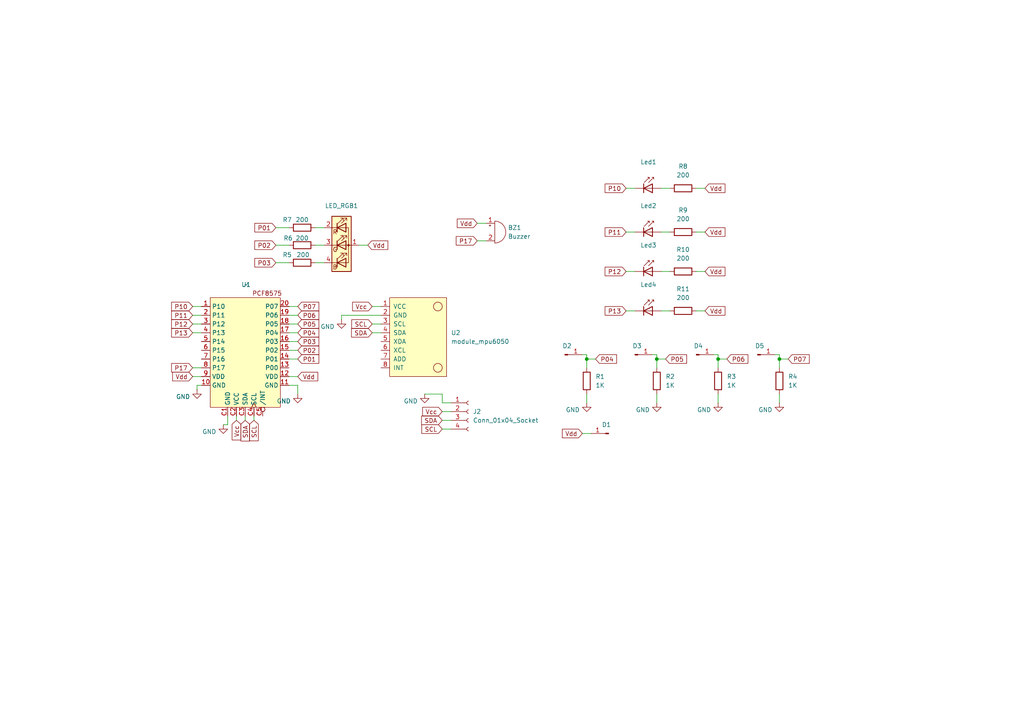
<source format=kicad_sch>
(kicad_sch (version 20231120) (generator "eeschema") (generator_version "8.0")
  (paper "A4")
  (lib_symbols
    (symbol "Connector:Conn_01x01_Pin" (pin_names (offset 1.016) hide)
      (property "Reference" "J" (at 0 2.54 0))
      (property "Value" "Conn_01x01_Pin" (at 0 -2.54 0))
      (symbol "Conn_01x01_Pin_1_1"
        (polyline (pts (xy 1.27 0) (xy 0.8636 0)) (stroke (width 0.1524)))
        (rectangle (start 0.8636 0.127) (end 0 -0.127) (stroke (width 0.1524)) (fill (type outline)))
        (pin passive line (at 5.08 0 180) (length 3.81) (name "Pin_1") (number "1"))
      )
    )
    (symbol "Connector:Conn_01x04_Socket" (pin_names (offset 1.016) hide)
      (property "Reference" "J" (at 0 5.08 0))
      (property "Value" "Conn_01x04_Socket" (at 0 -7.62 0))
      (symbol "Conn_01x04_Socket_1_1"
        (arc (start 0 -4.572) (mid -0.5058 -5.08) (end 0 -5.588) (stroke (width 0.1524)))
        (arc (start 0 -2.032) (mid -0.5058 -2.54) (end 0 -3.048) (stroke (width 0.1524)))
        (polyline (pts (xy -1.27 -5.08) (xy -0.508 -5.08)) (stroke (width 0.1524)))
        (polyline (pts (xy -1.27 -2.54) (xy -0.508 -2.54)) (stroke (width 0.1524)))
        (polyline (pts (xy -1.27 0) (xy -0.508 0)) (stroke (width 0.1524)))
        (polyline (pts (xy -1.27 2.54) (xy -0.508 2.54)) (stroke (width 0.1524)))
        (arc (start 0 0.508) (mid -0.5058 0) (end 0 -0.508) (stroke (width 0.1524)))
        (arc (start 0 3.048) (mid -0.5058 2.54) (end 0 2.032) (stroke (width 0.1524)))
        (pin passive line (at -5.08 2.54 0) (length 3.81) (name "Pin_1") (number "1"))
        (pin passive line (at -5.08 0 0) (length 3.81) (name "Pin_2") (number "2"))
        (pin passive line (at -5.08 -2.54 0) (length 3.81) (name "Pin_3") (number "3"))
        (pin passive line (at -5.08 -5.08 0) (length 3.81) (name "Pin_4") (number "4"))
      )
    )
    (symbol "Device:Buzzer" (pin_names (offset 0.0254) hide)
      (property "Reference" "BZ" (at 3.81 1.27 0))
      (property "Value" "Buzzer" (at 3.81 -1.27 0))
      (symbol "Buzzer_0_1"
        (arc (start 0 -3.175) (mid 3.1612 0) (end 0 3.175))
        (polyline (pts (xy -1.651 1.905) (xy -1.143 1.905)))
        (polyline (pts (xy -1.397 2.159) (xy -1.397 1.651)))
        (polyline (pts (xy 0 3.175) (xy 0 -3.175)))
      )
      (symbol "Buzzer_1_1"
        (pin passive line (at -2.54 2.54 0) (length 2.54) (name "+") (number "1"))
        (pin passive line (at -2.54 -2.54 0) (length 2.54) (name "-") (number "2"))
      )
    )
    (symbol "Device:LED_ARGB" (pin_names (offset 0) hide)
      (property "Reference" "D" (at 0 9.398 0))
      (property "Value" "LED_ARGB" (at 0 -8.89 0))
      (symbol "LED_ARGB_0_0"
        (text "B" (at -1.905 -6.35 0) (effects (font (size 1.27 1.27))))
        (text "G" (at -1.905 -1.27 0) (effects (font (size 1.27 1.27))))
        (text "R" (at -1.905 3.81 0) (effects (font (size 1.27 1.27))))
      )
      (symbol "LED_ARGB_0_1"
        (polyline (pts (xy -1.27 -5.08) (xy -2.54 -5.08)))
        (polyline (pts (xy -1.27 -5.08) (xy 1.27 -5.08)))
        (polyline (pts (xy -1.27 -3.81) (xy -1.27 -6.35)) (stroke (width 0.254)))
        (polyline (pts (xy -1.27 0) (xy -2.54 0)))
        (polyline (pts (xy -1.27 1.27) (xy -1.27 -1.27)) (stroke (width 0.254)))
        (polyline (pts (xy -1.27 5.08) (xy -2.54 5.08)))
        (polyline (pts (xy -1.27 5.08) (xy 1.27 5.08)))
        (polyline (pts (xy -1.27 6.35) (xy -1.27 3.81)) (stroke (width 0.254)))
        (polyline (pts (xy 1.27 0) (xy -1.27 0)))
        (polyline (pts (xy 1.27 0) (xy 2.54 0)))
        (polyline (pts (xy -1.27 1.27) (xy -1.27 -1.27) (xy -1.27 -1.27)))
        (polyline (pts (xy -1.27 6.35) (xy -1.27 3.81) (xy -1.27 3.81)))
        (polyline (pts (xy 1.27 -5.08) (xy 2.032 -5.08) (xy 2.032 5.08) (xy 1.27 5.08)))
        (polyline (pts (xy 1.27 -3.81) (xy 1.27 -6.35) (xy -1.27 -5.08) (xy 1.27 -3.81)) (stroke (width 0.254)))
        (polyline (pts (xy 1.27 1.27) (xy 1.27 -1.27) (xy -1.27 0) (xy 1.27 1.27)) (stroke (width 0.254)))
        (polyline (pts (xy 1.27 6.35) (xy 1.27 3.81) (xy -1.27 5.08) (xy 1.27 6.35)) (stroke (width 0.254)))
        (polyline (pts (xy -1.016 -3.81) (xy 0.508 -2.286) (xy -0.254 -2.286) (xy 0.508 -2.286) (xy 0.508 -3.048)))
        (polyline (pts (xy -1.016 1.27) (xy 0.508 2.794) (xy -0.254 2.794) (xy 0.508 2.794) (xy 0.508 2.032)))
        (polyline (pts (xy -1.016 6.35) (xy 0.508 7.874) (xy -0.254 7.874) (xy 0.508 7.874) (xy 0.508 7.112)))
        (polyline (pts (xy 0 -3.81) (xy 1.524 -2.286) (xy 0.762 -2.286) (xy 1.524 -2.286) (xy 1.524 -3.048)))
        (polyline (pts (xy 0 1.27) (xy 1.524 2.794) (xy 0.762 2.794) (xy 1.524 2.794) (xy 1.524 2.032)))
        (polyline (pts (xy 0 6.35) (xy 1.524 7.874) (xy 0.762 7.874) (xy 1.524 7.874) (xy 1.524 7.112)))
        (rectangle (start 1.27 -1.27) (end 1.27 1.27))
        (rectangle (start 1.27 1.27) (end 1.27 1.27))
        (rectangle (start 1.27 3.81) (end 1.27 6.35))
        (rectangle (start 1.27 6.35) (end 1.27 6.35))
        (circle (center 2.032 0) (radius 0.254) (fill (type outline)))
        (rectangle (start 2.794 8.382) (end -2.794 -7.62) (stroke (width 0.254)) (fill (type background)))
      )
      (symbol "LED_ARGB_1_1"
        (pin passive line (at 5.08 0 180) (length 2.54) (name "A") (number "1"))
        (pin passive line (at -5.08 5.08 0) (length 2.54) (name "RK") (number "2"))
        (pin passive line (at -5.08 0 0) (length 2.54) (name "GK") (number "3"))
        (pin passive line (at -5.08 -5.08 0) (length 2.54) (name "BK") (number "4"))
      )
    )
    (symbol "Device:R" (pin_numbers hide) (pin_names (offset 0))
      (property "Reference" "R" (at 2.032 0 90))
      (property "Value" "R" (at 0 0 90))
      (symbol "R_0_1"
        (rectangle (start -1.016 -2.54) (end 1.016 2.54) (stroke (width 0.254)))
      )
      (symbol "R_1_1"
        (pin passive line (at 0 3.81 270) (length 1.27) (name "~") (number "1"))
        (pin passive line (at 0 -3.81 90) (length 1.27) (name "~") (number "2"))
      )
    )
    (symbol "LED:LD274" (pin_numbers hide) (pin_names (offset 1.016) hide)
      (property "Reference" "D" (at 0.508 1.778 0))
      (property "Value" "LD274" (at -1.016 -2.794 0))
      (symbol "LD274_0_1"
        (polyline (pts (xy -2.54 1.27) (xy -2.54 -1.27)) (stroke (width 0.254)))
        (polyline (pts (xy 0 0) (xy -2.54 0)))
        (polyline (pts (xy 0.381 3.175) (xy -0.127 3.175)))
        (polyline (pts (xy -1.143 1.651) (xy 0.381 3.175) (xy 0.381 2.667)))
        (polyline (pts (xy 0 -1.27) (xy -2.54 0) (xy 0 1.27) (xy 0 -1.27)) (stroke (width 0.254)))
        (polyline (pts (xy -2.413 1.651) (xy -0.889 3.175) (xy -0.889 2.667) (xy -0.889 3.175) (xy -1.397 3.175)))
      )
      (symbol "LD274_1_1"
        (pin passive line (at -5.08 0 0) (length 2.54) (name "K") (number "1"))
        (pin passive line (at 2.54 0 180) (length 2.54) (name "A") (number "2"))
      )
    )
    (symbol "Sim_Componentes:Open-Smart_PCF8575_IO_Expander_Module_-_16_Extra_IO_pins"
      (property "Reference" "U" (at -8.89 0 0))
      (symbol "Open-Smart_PCF8575_IO_Expander_Module_-_16_Extra_IO_pins_1_1"
        (rectangle (start -10.16 -1.27) (end 10.16 -33.02) (fill (type background)))
        (text "PCF8575" (at 6.35 0 0) (effects (font (size 1.27 1.27))))
        (pin bidirectional line (at -12.7 -3.81 0) (length 2.54) (name "P10") (number "1"))
        (pin power_in line (at -12.7 -26.67 0) (length 2.54) (name "GND") (number "10"))
        (pin power_in line (at 12.7 -26.67 180) (length 2.54) (name "GND") (number "11"))
        (pin power_in line (at 12.7 -24.13 180) (length 2.54) (name "VDD") (number "12"))
        (pin bidirectional line (at 12.7 -21.59 180) (length 2.54) (name "P00") (number "13"))
        (pin bidirectional line (at 12.7 -19.05 180) (length 2.54) (name "P01") (number "14"))
        (pin bidirectional line (at 12.7 -16.51 180) (length 2.54) (name "P02") (number "15"))
        (pin bidirectional line (at 12.7 -13.97 180) (length 2.54) (name "P03") (number "16"))
        (pin bidirectional line (at 12.7 -11.43 180) (length 2.54) (name "P04") (number "17"))
        (pin bidirectional line (at 12.7 -8.89 180) (length 2.54) (name "P05") (number "18"))
        (pin bidirectional line (at 12.7 -6.35 180) (length 2.54) (name "P06") (number "19"))
        (pin bidirectional line (at -12.7 -6.35 0) (length 2.54) (name "P11") (number "2"))
        (pin bidirectional line (at 12.7 -3.81 180) (length 2.54) (name "P07") (number "20"))
        (pin bidirectional line (at -12.7 -8.89 0) (length 2.54) (name "P12") (number "3"))
        (pin bidirectional line (at -12.7 -11.43 0) (length 2.54) (name "P13") (number "4"))
        (pin bidirectional line (at -12.7 -13.97 0) (length 2.54) (name "P14") (number "5"))
        (pin bidirectional line (at -12.7 -16.51 0) (length 2.54) (name "P15") (number "6"))
        (pin bidirectional line (at -12.7 -19.05 0) (length 2.54) (name "P16") (number "7"))
        (pin bidirectional line (at -12.7 -21.59 0) (length 2.54) (name "P17") (number "8"))
        (pin power_in line (at -12.7 -24.13 0) (length 2.54) (name "VDD") (number "9"))
        (pin power_in line (at -5.08 -35.56 90) (length 2.54) (name "GND") (number "C1"))
        (pin power_in line (at -2.54 -35.56 90) (length 2.54) (name "VCC") (number "C2"))
        (pin bidirectional line (at 0 -35.56 90) (length 2.54) (name "SDA") (number "C3"))
        (pin input clock (at 2.54 -35.56 90) (length 2.54) (name "SCL") (number "C4"))
        (pin input inverted (at 5.08 -35.56 90) (length 2.54) (name "/INT") (number "C5"))
      )
    )
    (symbol "power:GND" (power) (pin_numbers hide) (pin_names (offset 0) hide)
      (property "Value" "GND" (at 0 -3.81 0))
      (symbol "GND_0_1"
        (polyline (pts (xy 0 0) (xy 0 -1.27) (xy 1.27 -1.27) (xy 0 -2.54) (xy -1.27 -1.27) (xy 0 -1.27)))
      )
      (symbol "GND_1_1"
        (pin power_in line (at 0 0 270) (length 0) (name "~") (number "1"))
      )
    )
    (symbol "usini_sensors:module_mpu6050" (pin_names (offset 1.016))
      (property "Reference" "U" (at 2.54 21.59 0))
      (property "Value" "module_mpu6050" (at 11.43 -3.81 0))
      (symbol "module_mpu6050_0_1"
        (rectangle (start 2.54 20.32) (end 19.05 -2.54) (fill (type background)))
        (circle (center 16.51 0) (radius 1.27))
        (circle (center 16.51 17.78) (radius 1.27))
      )
      (symbol "module_mpu6050_1_1"
        (pin input line (at 0 17.78 0) (length 2.54) (name "VCC") (number "1"))
        (pin input line (at 0 15.24 0) (length 2.54) (name "GND") (number "2"))
        (pin input line (at 0 12.7 0) (length 2.54) (name "SCL") (number "3"))
        (pin input line (at 0 10.16 0) (length 2.54) (name "SDA") (number "4"))
        (pin input line (at 0 7.62 0) (length 2.54) (name "XDA") (number "5"))
        (pin input line (at 0 5.08 0) (length 2.54) (name "XCL") (number "6"))
        (pin input line (at 0 2.54 0) (length 2.54) (name "ADD") (number "7"))
        (pin input line (at 0 0 0) (length 2.54) (name "INT") (number "8"))
      )
    )
  )
  (junction (at 208.28 104.14))
  (junction (at 170.18 104.14))
  (junction (at 226.06 104.14))
  (junction (at 190.5 104.14))
  (wire (pts (xy 190.5 106.68) (xy 190.5 104.14)))
  (wire (pts (xy 138.43 64.77) (xy 140.97 64.77)))
  (wire (pts (xy 190.5 114.3) (xy 190.5 116.84)))
  (wire (pts (xy 208.28 114.3) (xy 208.28 116.84)))
  (wire (pts (xy 170.18 106.68) (xy 170.18 104.14)))
  (wire (pts (xy 201.93 78.74) (xy 204.47 78.74)))
  (wire (pts (xy 191.77 78.74) (xy 194.31 78.74)))
  (wire (pts (xy 181.61 54.61) (xy 184.15 54.61)))
  (wire (pts (xy 170.18 104.14) (xy 172.72 104.14)))
  (wire (pts (xy 55.88 106.68) (xy 58.42 106.68)))
  (wire (pts (xy 83.82 93.98) (xy 86.36 93.98)))
  (wire (pts (xy 83.82 96.52) (xy 86.36 96.52)))
  (wire (pts (xy 83.82 88.9) (xy 86.36 88.9)))
  (wire (pts (xy 55.88 96.52) (xy 58.42 96.52)))
  (wire (pts (xy 83.82 111.76) (xy 86.36 111.76)))
  (wire (pts (xy 99.06 91.44) (xy 110.49 91.44)))
  (wire (pts (xy 55.88 91.44) (xy 58.42 91.44)))
  (wire (pts (xy 55.88 88.9) (xy 58.42 88.9)))
  (wire (pts (xy 191.77 54.61) (xy 194.31 54.61)))
  (wire (pts (xy 91.44 71.12) (xy 93.98 71.12)))
  (wire (pts (xy 58.42 111.76) (xy 57.15 111.76)))
  (wire (pts (xy 208.28 106.68) (xy 208.28 104.14)))
  (wire (pts (xy 99.06 92.71) (xy 99.06 91.44)))
  (wire (pts (xy 191.77 90.17) (xy 194.31 90.17)))
  (wire (pts (xy 80.01 66.04) (xy 83.82 66.04)))
  (wire (pts (xy 181.61 67.31) (xy 184.15 67.31)))
  (wire (pts (xy 107.95 88.9) (xy 110.49 88.9)))
  (wire (pts (xy 107.95 96.52) (xy 110.49 96.52)))
  (wire (pts (xy 83.82 109.22) (xy 86.36 109.22)))
  (wire (pts (xy 66.04 123.19) (xy 66.04 120.65)))
  (wire (pts (xy 55.88 109.22) (xy 58.42 109.22)))
  (wire (pts (xy 168.91 125.73) (xy 171.45 125.73)))
  (wire (pts (xy 201.93 67.31) (xy 204.47 67.31)))
  (wire (pts (xy 128.27 116.84) (xy 130.81 116.84)))
  (wire (pts (xy 226.06 106.68) (xy 226.06 104.14)))
  (wire (pts (xy 86.36 111.76) (xy 86.36 114.3)))
  (wire (pts (xy 191.77 67.31) (xy 194.31 67.31)))
  (wire (pts (xy 128.27 124.46) (xy 130.81 124.46)))
  (wire (pts (xy 128.27 121.92) (xy 130.81 121.92)))
  (wire (pts (xy 55.88 93.98) (xy 58.42 93.98)))
  (wire (pts (xy 181.61 78.74) (xy 184.15 78.74)))
  (wire (pts (xy 226.06 102.87) (xy 226.06 104.14)))
  (wire (pts (xy 226.06 104.14) (xy 228.6 104.14)))
  (wire (pts (xy 80.01 76.2) (xy 83.82 76.2)))
  (wire (pts (xy 224.79 102.87) (xy 226.06 102.87)))
  (wire (pts (xy 91.44 66.04) (xy 93.98 66.04)))
  (wire (pts (xy 208.28 102.87) (xy 208.28 104.14)))
  (wire (pts (xy 170.18 102.87) (xy 170.18 104.14)))
  (wire (pts (xy 83.82 91.44) (xy 86.36 91.44)))
  (wire (pts (xy 107.95 93.98) (xy 110.49 93.98)))
  (wire (pts (xy 190.5 104.14) (xy 193.04 104.14)))
  (wire (pts (xy 226.06 114.3) (xy 226.06 116.84)))
  (wire (pts (xy 80.01 71.12) (xy 83.82 71.12)))
  (wire (pts (xy 83.82 101.6) (xy 86.36 101.6)))
  (wire (pts (xy 106.68 71.12) (xy 104.14 71.12)))
  (wire (pts (xy 128.27 119.38) (xy 130.81 119.38)))
  (wire (pts (xy 207.01 102.87) (xy 208.28 102.87)))
  (wire (pts (xy 138.43 69.85) (xy 140.97 69.85)))
  (wire (pts (xy 71.12 120.65) (xy 71.12 121.92)))
  (wire (pts (xy 168.91 102.87) (xy 170.18 102.87)))
  (wire (pts (xy 208.28 104.14) (xy 210.82 104.14)))
  (wire (pts (xy 73.66 120.65) (xy 73.66 121.92)))
  (wire (pts (xy 190.5 102.87) (xy 190.5 104.14)))
  (wire (pts (xy 57.15 111.76) (xy 57.15 113.03)))
  (wire (pts (xy 201.93 90.17) (xy 204.47 90.17)))
  (wire (pts (xy 83.82 104.14) (xy 86.36 104.14)))
  (wire (pts (xy 64.77 123.19) (xy 66.04 123.19)))
  (wire (pts (xy 91.44 76.2) (xy 93.98 76.2)))
  (wire (pts (xy 181.61 90.17) (xy 184.15 90.17)))
  (wire (pts (xy 68.58 120.65) (xy 68.58 121.92)))
  (wire (pts (xy 128.27 114.3) (xy 128.27 116.84)))
  (wire (pts (xy 201.93 54.61) (xy 204.47 54.61)))
  (wire (pts (xy 170.18 114.3) (xy 170.18 116.84)))
  (wire (pts (xy 123.19 114.3) (xy 128.27 114.3)))
  (wire (pts (xy 189.23 102.87) (xy 190.5 102.87)))
  (wire (pts (xy 83.82 99.06) (xy 86.36 99.06)))
  (global_label "P12" (shape input) (at 181.61 78.74 180) (property "Intersheetrefs" "${INTERSHEET_REFS}" (effects (hide yes))))
  (global_label "P03" (shape input) (at 86.36 99.06 0) (property "Intersheetrefs" "${INTERSHEET_REFS}" (effects (hide yes))))
  (global_label "Vdd" (shape input) (at 168.91 125.73 180) (property "Intersheetrefs" "${INTERSHEET_REFS}" (effects (hide yes))))
  (global_label "P02" (shape input) (at 80.01 71.12 180) (property "Intersheetrefs" "${INTERSHEET_REFS}" (effects (hide yes))))
  (global_label "SCL" (shape input) (at 73.66 121.92 270) (property "Intersheetrefs" "${INTERSHEET_REFS}" (effects (hide yes))))
  (global_label "Vcc" (shape input) (at 68.58 121.92 270) (property "Intersheetrefs" "${INTERSHEET_REFS}" (effects (hide yes))))
  (global_label "SDA" (shape input) (at 71.12 121.92 270) (property "Intersheetrefs" "${INTERSHEET_REFS}" (effects (hide yes))))
  (global_label "P04" (shape input) (at 86.36 96.52 0) (property "Intersheetrefs" "${INTERSHEET_REFS}" (effects (hide yes))))
  (global_label "P03" (shape input) (at 80.01 76.2 180) (property "Intersheetrefs" "${INTERSHEET_REFS}" (effects (hide yes))))
  (global_label "Vdd" (shape input) (at 204.47 78.74 0) (property "Intersheetrefs" "${INTERSHEET_REFS}" (effects (hide yes))))
  (global_label "P17" (shape input) (at 55.88 106.68 180) (property "Intersheetrefs" "${INTERSHEET_REFS}" (effects (hide yes))))
  (global_label "Vdd" (shape input) (at 204.47 54.61 0) (property "Intersheetrefs" "${INTERSHEET_REFS}" (effects (hide yes))))
  (global_label "P06" (shape input) (at 210.82 104.14 0) (property "Intersheetrefs" "${INTERSHEET_REFS}" (effects (hide yes))))
  (global_label "P04" (shape input) (at 172.72 104.14 0) (property "Intersheetrefs" "${INTERSHEET_REFS}" (effects (hide yes))))
  (global_label "SCL" (shape input) (at 107.95 93.98 180) (property "Intersheetrefs" "${INTERSHEET_REFS}" (effects (hide yes))))
  (global_label "P02" (shape input) (at 86.36 101.6 0) (property "Intersheetrefs" "${INTERSHEET_REFS}" (effects (hide yes))))
  (global_label "P10" (shape input) (at 181.61 54.61 180) (property "Intersheetrefs" "${INTERSHEET_REFS}" (effects (hide yes))))
  (global_label "Vdd" (shape input) (at 55.88 109.22 180) (property "Intersheetrefs" "${INTERSHEET_REFS}" (effects (hide yes))))
  (global_label "P11" (shape input) (at 55.88 91.44 180) (property "Intersheetrefs" "${INTERSHEET_REFS}" (effects (hide yes))))
  (global_label "Vcc" (shape input) (at 107.95 88.9 180) (property "Intersheetrefs" "${INTERSHEET_REFS}" (effects (hide yes))))
  (global_label "Vdd" (shape input) (at 204.47 67.31 0) (property "Intersheetrefs" "${INTERSHEET_REFS}" (effects (hide yes))))
  (global_label "SDA" (shape input) (at 107.95 96.52 180) (property "Intersheetrefs" "${INTERSHEET_REFS}" (effects (hide yes))))
  (global_label "P17" (shape input) (at 138.43 69.85 180) (property "Intersheetrefs" "${INTERSHEET_REFS}" (effects (hide yes))))
  (global_label "Vcc" (shape input) (at 128.27 119.38 180) (property "Intersheetrefs" "${INTERSHEET_REFS}" (effects (hide yes))))
  (global_label "P01" (shape input) (at 80.01 66.04 180) (property "Intersheetrefs" "${INTERSHEET_REFS}" (effects (hide yes))))
  (global_label "P01" (shape input) (at 86.36 104.14 0) (property "Intersheetrefs" "${INTERSHEET_REFS}" (effects (hide yes))))
  (global_label "P07" (shape input) (at 86.36 88.9 0) (property "Intersheetrefs" "${INTERSHEET_REFS}" (effects (hide yes))))
  (global_label "Vdd" (shape input) (at 86.36 109.22 0) (property "Intersheetrefs" "${INTERSHEET_REFS}" (effects (hide yes))))
  (global_label "P05" (shape input) (at 86.36 93.98 0) (property "Intersheetrefs" "${INTERSHEET_REFS}" (effects (hide yes))))
  (global_label "SCL" (shape input) (at 128.27 124.46 180) (property "Intersheetrefs" "${INTERSHEET_REFS}" (effects (hide yes))))
  (global_label "P12" (shape input) (at 55.88 93.98 180) (property "Intersheetrefs" "${INTERSHEET_REFS}" (effects (hide yes))))
  (global_label "P13" (shape input) (at 181.61 90.17 180) (property "Intersheetrefs" "${INTERSHEET_REFS}" (effects (hide yes))))
  (global_label "P13" (shape input) (at 55.88 96.52 180) (property "Intersheetrefs" "${INTERSHEET_REFS}" (effects (hide yes))))
  (global_label "SDA" (shape input) (at 128.27 121.92 180) (property "Intersheetrefs" "${INTERSHEET_REFS}" (effects (hide yes))))
  (global_label "P05" (shape input) (at 193.04 104.14 0) (property "Intersheetrefs" "${INTERSHEET_REFS}" (effects (hide yes))))
  (global_label "P11" (shape input) (at 181.61 67.31 180) (property "Intersheetrefs" "${INTERSHEET_REFS}" (effects (hide yes))))
  (global_label "Vdd" (shape input) (at 204.47 90.17 0) (property "Intersheetrefs" "${INTERSHEET_REFS}" (effects (hide yes))))
  (global_label "P10" (shape input) (at 55.88 88.9 180) (property "Intersheetrefs" "${INTERSHEET_REFS}" (effects (hide yes))))
  (global_label "P07" (shape input) (at 228.6 104.14 0) (property "Intersheetrefs" "${INTERSHEET_REFS}" (effects (hide yes))))
  (global_label "Vdd" (shape input) (at 106.68 71.12 0) (property "Intersheetrefs" "${INTERSHEET_REFS}" (effects (hide yes))))
  (global_label "P06" (shape input) (at 86.36 91.44 0) (property "Intersheetrefs" "${INTERSHEET_REFS}" (effects (hide yes))))
  (global_label "Vdd" (shape input) (at 138.43 64.77 180) (property "Intersheetrefs" "${INTERSHEET_REFS}" (effects (hide yes))))
  (symbol (lib_id "power:GND") (at 190.5 116.84 0) (unit 1)
    (property "Reference" "#PWR04" (effects (hide yes)))
    (property "Value" "GND" (at 186.436 118.872 0))
    (property "Description" "Power symbol creates a global label with name \"GND\" , ground" (effects (hide yes)))
  )
  (symbol (lib_id "LED:LD274") (at 189.23 90.17 0) (unit 1)
    (property "Reference" "Led4" (at 188.087 82.55 0))
    (property "Value" "LD274" (effects (hide yes)))
    (property "Footprint" "LED_THT:LED_D5.0mm_IRGrey" (effects (hide yes)))
    (property "Datasheet" "http://pdf.datasheetcatalog.com/datasheet/siemens/LD274.pdf" (effects (hide yes)))
    (property "Description" "950nm IR-LED, 5mm" (effects (hide yes)))
  )
  (symbol (lib_id "Device:LED_ARGB") (at 99.06 71.12 0) (unit 1)
    (property "Reference" "LED_RGB1" (at 99.06 59.69 0))
    (property "Value" "LED_ARGB" (effects (hide yes)))
    (property "Footprint" "LED_THT:LED_D5.0mm-4_RGB" (effects (hide yes)))
    (property "Description" "RGB LED, anode/red/green/blue" (effects (hide yes)))
  )
  (symbol (lib_id "Device:Buzzer") (at 143.51 67.31 0) (unit 1)
    (property "Reference" "BZ1" (at 147.32 66.0399 0) (effects (justify left)))
    (property "Value" "Buzzer" (at 147.32 68.5799 0) (effects (justify left)))
    (property "Footprint" "Buzzer_Beeper:Buzzer_D14mm_H7mm_P10mm" (effects (hide yes)))
    (property "Description" "Buzzer, polarized" (effects (hide yes)))
  )
  (symbol (lib_id "Device:R") (at 198.12 78.74 270) (unit 1)
    (property "Reference" "R10" (at 198.12 72.39 90))
    (property "Value" "200" (at 198.12 74.93 90))
    (property "Footprint" "Resistor_THT:R_Axial_DIN0207_L6.3mm_D2.5mm_P10.16mm_Horizontal" (effects (hide yes)))
    (property "Description" "Resistor" (effects (hide yes)))
  )
  (symbol (lib_id "Connector:Conn_01x01_Pin") (at 163.83 102.87 0) (unit 1)
    (property "Reference" "D2" (at 164.465 100.33 0))
    (property "Value" "Conn_01x01_Pin" (effects (hide yes)))
    (property "Footprint" "Connector_PinHeader_2.54mm:PinHeader_1x01_P2.54mm_Vertical" (effects (hide yes)))
    (property "Description" "Generic connector, single row, 01x01, script generated" (effects (hide yes)))
  )
  (symbol (lib_id "Device:R") (at 87.63 71.12 270) (unit 1)
    (property "Reference" "R6" (at 83.566 69.088 90))
    (property "Value" "200" (at 87.63 69.088 90))
    (property "Footprint" "Resistor_THT:R_Axial_DIN0207_L6.3mm_D2.5mm_P10.16mm_Horizontal" (effects (hide yes)))
    (property "Description" "Resistor" (effects (hide yes)))
  )
  (symbol (lib_id "LED:LD274") (at 189.23 67.31 0) (unit 1)
    (property "Reference" "Led2" (at 188.087 59.69 0))
    (property "Value" "LD274" (effects (hide yes)))
    (property "Footprint" "LED_THT:LED_D5.0mm_IRGrey" (effects (hide yes)))
    (property "Datasheet" "http://pdf.datasheetcatalog.com/datasheet/siemens/LD274.pdf" (effects (hide yes)))
    (property "Description" "950nm IR-LED, 5mm" (effects (hide yes)))
  )
  (symbol (lib_id "Connector:Conn_01x01_Pin") (at 219.71 102.87 0) (unit 1)
    (property "Reference" "D5" (at 220.345 100.33 0))
    (property "Value" "Conn_01x01_Pin" (effects (hide yes)))
    (property "Footprint" "Connector_PinHeader_2.54mm:PinHeader_1x01_P2.54mm_Vertical" (effects (hide yes)))
    (property "Description" "Generic connector, single row, 01x01, script generated" (effects (hide yes)))
  )
  (symbol (lib_id "Connector:Conn_01x04_Socket") (at 135.89 119.38 0) (unit 1)
    (property "Reference" "J2" (at 137.16 119.3799 0) (effects (justify left)))
    (property "Value" "Conn_01x04_Socket" (at 137.16 121.9199 0) (effects (justify left)))
    (property "Footprint" "Connector_JST:JST_XH_B4B-XH-A_1x04_P2.50mm_Vertical" (effects (hide yes)))
    (property "Description" "Generic connector, single row, 01x04, script generated" (effects (hide yes)))
  )
  (symbol (lib_id "Connector:Conn_01x01_Pin") (at 176.53 125.73 180) (unit 1)
    (property "Reference" "D1" (at 175.895 123.19 0))
    (property "Value" "Conn_01x01_Pin" (effects (hide yes)))
    (property "Footprint" "Connector_PinHeader_2.54mm:PinHeader_1x01_P2.54mm_Vertical" (effects (hide yes)))
    (property "Description" "Generic connector, single row, 01x01, script generated" (effects (hide yes)))
  )
  (symbol (lib_id "power:GND") (at 64.77 123.19 0) (unit 1)
    (property "Reference" "#PWR02" (effects (hide yes)))
    (property "Value" "GND" (at 60.706 125.222 0))
    (property "Description" "Power symbol creates a global label with name \"GND\" , ground" (effects (hide yes)))
  )
  (symbol (lib_id "power:GND") (at 170.18 116.84 0) (unit 1)
    (property "Reference" "#PWR03" (effects (hide yes)))
    (property "Value" "GND" (at 166.116 118.872 0))
    (property "Description" "Power symbol creates a global label with name \"GND\" , ground" (effects (hide yes)))
  )
  (symbol (lib_id "power:GND") (at 208.28 116.84 0) (unit 1)
    (property "Reference" "#PWR05" (effects (hide yes)))
    (property "Value" "GND" (at 204.216 118.872 0))
    (property "Description" "Power symbol creates a global label with name \"GND\" , ground" (effects (hide yes)))
  )
  (symbol (lib_id "power:GND") (at 57.15 113.03 0) (unit 1)
    (property "Reference" "#PWR07" (effects (hide yes)))
    (property "Value" "GND" (at 53.086 115.062 0))
    (property "Description" "Power symbol creates a global label with name \"GND\" , ground" (effects (hide yes)))
  )
  (symbol (lib_id "Device:R") (at 190.5 110.49 0) (unit 1)
    (property "Reference" "R2" (at 193.04 109.2199 0) (effects (justify left)))
    (property "Value" "1K" (at 193.04 111.7599 0) (effects (justify left)))
    (property "Footprint" "Resistor_THT:R_Axial_DIN0207_L6.3mm_D2.5mm_P10.16mm_Horizontal" (effects (hide yes)))
    (property "Description" "Resistor" (effects (hide yes)))
  )
  (symbol (lib_id "power:GND") (at 99.06 92.71 0) (unit 1)
    (property "Reference" "#PWR09" (effects (hide yes)))
    (property "Value" "GND" (at 94.996 94.742 0))
    (property "Description" "Power symbol creates a global label with name \"GND\" , ground" (effects (hide yes)))
  )
  (symbol (lib_id "Device:R") (at 87.63 66.04 270) (unit 1)
    (property "Reference" "R7" (at 83.312 63.754 90))
    (property "Value" "200" (at 87.63 63.754 90))
    (property "Footprint" "Resistor_THT:R_Axial_DIN0207_L6.3mm_D2.5mm_P10.16mm_Horizontal" (effects (hide yes)))
    (property "Description" "Resistor" (effects (hide yes)))
  )
  (symbol (lib_id "LED:LD274") (at 189.23 78.74 0) (unit 1)
    (property "Reference" "Led3" (at 188.087 71.12 0))
    (property "Value" "LD274" (effects (hide yes)))
    (property "Footprint" "LED_THT:LED_D5.0mm_IRGrey" (effects (hide yes)))
    (property "Datasheet" "http://pdf.datasheetcatalog.com/datasheet/siemens/LD274.pdf" (effects (hide yes)))
    (property "Description" "950nm IR-LED, 5mm" (effects (hide yes)))
  )
  (symbol (lib_id "Sim_Componentes:Open-Smart_PCF8575_IO_Expander_Module_-_16_Extra_IO_pins") (at 71.12 85.09 0) (unit 1)
    (property "Reference" "U1" (at 71.374 82.55 0))
    (property "Value" "~" (at 71.3872 82.55 0))
    (property "Footprint" "Componentes:16-bit IO Expander" (effects (hide yes)))
    (property "Datasheet" "https://www.tinytronics.nl/shop/index.php?route=product/product/get_file&file=3903/pcf8575.pdf" (effects (hide yes)))
    (property "Description" "16 I/O Digital expander via i2c" (effects (hide yes)))
  )
  (symbol (lib_id "power:GND") (at 123.19 114.3 0) (unit 1)
    (property "Reference" "#PWR01" (effects (hide yes)))
    (property "Value" "GND" (at 119.126 116.332 0))
    (property "Description" "Power symbol creates a global label with name \"GND\" , ground" (effects (hide yes)))
  )
  (symbol (lib_id "usini_sensors:module_mpu6050") (at 110.49 106.68 0) (unit 1)
    (property "Reference" "U2" (at 130.81 96.5199 0) (effects (justify left)))
    (property "Value" "module_mpu6050" (at 130.81 99.0599 0) (effects (justify left)))
    (property "Footprint" "usini_sensors:module_mpu6050" (effects (hide yes)))
  )
  (symbol (lib_id "power:GND") (at 226.06 116.84 0) (unit 1)
    (property "Reference" "#PWR06" (effects (hide yes)))
    (property "Value" "GND" (at 221.996 118.872 0))
    (property "Description" "Power symbol creates a global label with name \"GND\" , ground" (effects (hide yes)))
  )
  (symbol (lib_id "Device:R") (at 226.06 110.49 0) (unit 1)
    (property "Reference" "R4" (at 228.6 109.2199 0) (effects (justify left)))
    (property "Value" "1K" (at 228.6 111.7599 0) (effects (justify left)))
    (property "Footprint" "Resistor_THT:R_Axial_DIN0207_L6.3mm_D2.5mm_P10.16mm_Horizontal" (effects (hide yes)))
    (property "Description" "Resistor" (effects (hide yes)))
  )
  (symbol (lib_id "Device:R") (at 170.18 110.49 0) (unit 1)
    (property "Reference" "R1" (at 172.72 109.2199 0) (effects (justify left)))
    (property "Value" "1K" (at 172.72 111.7599 0) (effects (justify left)))
    (property "Footprint" "Resistor_THT:R_Axial_DIN0207_L6.3mm_D2.5mm_P10.16mm_Horizontal" (effects (hide yes)))
    (property "Description" "Resistor" (effects (hide yes)))
  )
  (symbol (lib_id "LED:LD274") (at 189.23 54.61 0) (unit 1)
    (property "Reference" "Led1" (at 188.087 46.99 0))
    (property "Value" "LD274" (effects (hide yes)))
    (property "Footprint" "LED_THT:LED_D5.0mm_IRGrey" (effects (hide yes)))
    (property "Datasheet" "http://pdf.datasheetcatalog.com/datasheet/siemens/LD274.pdf" (effects (hide yes)))
    (property "Description" "950nm IR-LED, 5mm" (effects (hide yes)))
  )
  (symbol (lib_id "power:GND") (at 86.36 114.3 0) (unit 1)
    (property "Reference" "#PWR08" (effects (hide yes)))
    (property "Value" "GND" (at 82.296 116.332 0))
    (property "Description" "Power symbol creates a global label with name \"GND\" , ground" (effects (hide yes)))
  )
  (symbol (lib_id "Device:R") (at 87.63 76.2 270) (unit 1)
    (property "Reference" "R5" (at 83.312 73.914 90))
    (property "Value" "200" (at 87.884 73.914 90))
    (property "Footprint" "Resistor_THT:R_Axial_DIN0207_L6.3mm_D2.5mm_P10.16mm_Horizontal" (effects (hide yes)))
    (property "Description" "Resistor" (effects (hide yes)))
  )
  (symbol (lib_id "Device:R") (at 208.28 110.49 0) (unit 1)
    (property "Reference" "R3" (at 210.82 109.2199 0) (effects (justify left)))
    (property "Value" "1K" (at 210.82 111.7599 0) (effects (justify left)))
    (property "Footprint" "Resistor_THT:R_Axial_DIN0207_L6.3mm_D2.5mm_P10.16mm_Horizontal" (effects (hide yes)))
    (property "Description" "Resistor" (effects (hide yes)))
  )
  (symbol (lib_id "Device:R") (at 198.12 90.17 270) (unit 1)
    (property "Reference" "R11" (at 198.12 83.82 90))
    (property "Value" "200" (at 198.12 86.36 90))
    (property "Footprint" "Resistor_THT:R_Axial_DIN0207_L6.3mm_D2.5mm_P10.16mm_Horizontal" (effects (hide yes)))
    (property "Description" "Resistor" (effects (hide yes)))
  )
  (symbol (lib_id "Connector:Conn_01x01_Pin") (at 201.93 102.87 0) (unit 1)
    (property "Reference" "D4" (at 202.565 100.33 0))
    (property "Value" "Conn_01x01_Pin" (effects (hide yes)))
    (property "Footprint" "Connector_PinHeader_2.54mm:PinHeader_1x01_P2.54mm_Vertical" (effects (hide yes)))
    (property "Description" "Generic connector, single row, 01x01, script generated" (effects (hide yes)))
  )
  (symbol (lib_id "Device:R") (at 198.12 67.31 270) (unit 1)
    (property "Reference" "R9" (at 198.12 60.96 90))
    (property "Value" "200" (at 198.12 63.5 90))
    (property "Footprint" "Resistor_THT:R_Axial_DIN0207_L6.3mm_D2.5mm_P10.16mm_Horizontal" (effects (hide yes)))
    (property "Description" "Resistor" (effects (hide yes)))
  )
  (symbol (lib_id "Connector:Conn_01x01_Pin") (at 184.15 102.87 0) (unit 1)
    (property "Reference" "D3" (at 184.785 100.33 0))
    (property "Value" "Conn_01x01_Pin" (effects (hide yes)))
    (property "Footprint" "Connector_PinHeader_2.54mm:PinHeader_1x01_P2.54mm_Vertical" (effects (hide yes)))
    (property "Description" "Generic connector, single row, 01x01, script generated" (effects (hide yes)))
  )
  (symbol (lib_id "Device:R") (at 198.12 54.61 270) (unit 1)
    (property "Reference" "R8" (at 198.12 48.26 90))
    (property "Value" "200" (at 198.12 50.8 90))
    (property "Footprint" "Resistor_THT:R_Axial_DIN0207_L6.3mm_D2.5mm_P10.16mm_Horizontal" (effects (hide yes)))
    (property "Description" "Resistor" (effects (hide yes)))
  )
)
</source>
